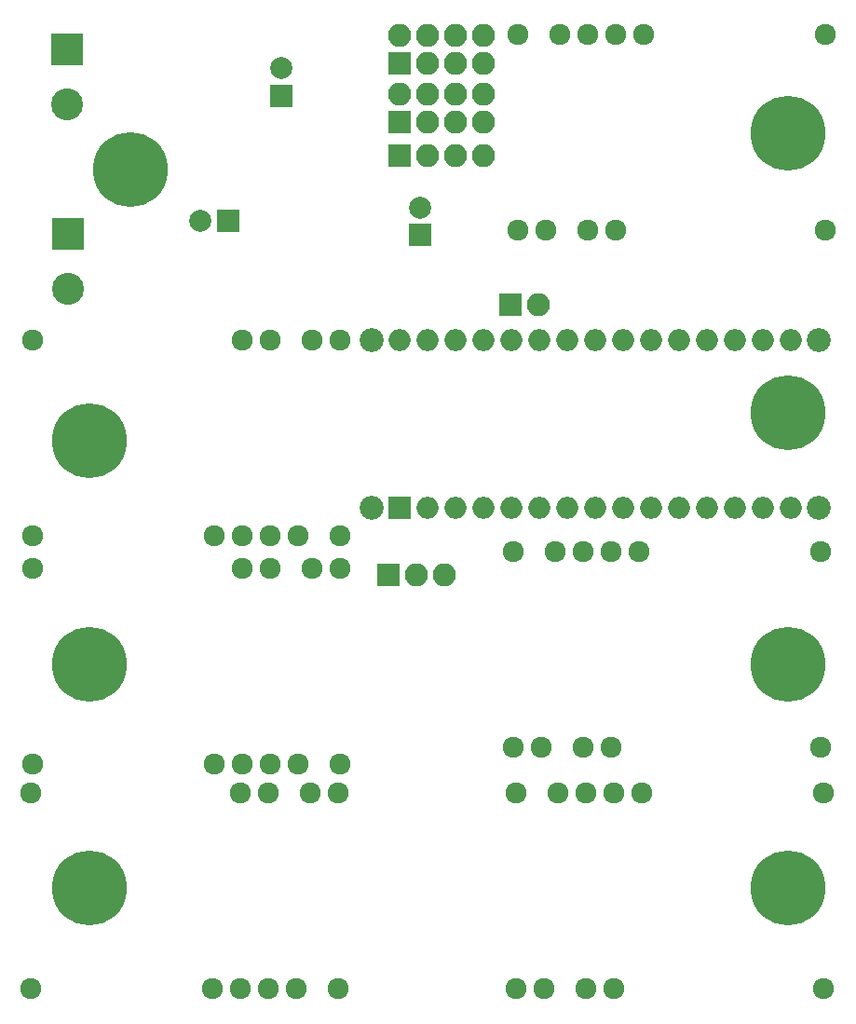
<source format=gbs>
G04 #@! TF.FileFunction,Soldermask,Bot*
%FSLAX46Y46*%
G04 Gerber Fmt 4.6, Leading zero omitted, Abs format (unit mm)*
G04 Created by KiCad (PCBNEW 4.0.6+dfsg1-1) date Mon Feb 26 15:31:38 2018*
%MOMM*%
%LPD*%
G01*
G04 APERTURE LIST*
%ADD10C,0.100000*%
%ADD11C,1.924000*%
%ADD12R,2.000000X2.000000*%
%ADD13O,2.000000X2.000000*%
%ADD14C,2.180000*%
%ADD15R,2.900000X2.900000*%
%ADD16C,2.900000*%
%ADD17R,2.100000X2.100000*%
%ADD18O,2.100000X2.100000*%
%ADD19C,2.000000*%
%ADD20C,6.800000*%
%ADD21C,1.000000*%
G04 APERTURE END LIST*
D10*
D11*
X29718000Y60363100D03*
X27178000Y60363100D03*
X23368000Y60363100D03*
X20828000Y60363100D03*
X29718000Y42583100D03*
X1778000Y42583100D03*
X1778000Y60363100D03*
X25908000Y42583100D03*
X23368000Y42583100D03*
X20828000Y42583100D03*
X18288000Y42583100D03*
X29718000Y39662100D03*
X27178000Y39662100D03*
X23368000Y39662100D03*
X20828000Y39662100D03*
X29718000Y21882100D03*
X1778000Y21882100D03*
X1778000Y39662100D03*
X25908000Y21882100D03*
X23368000Y21882100D03*
X20828000Y21882100D03*
X18288000Y21882100D03*
D12*
X35128200Y45123100D03*
D13*
X68148200Y60363100D03*
X37668200Y45123100D03*
X65608200Y60363100D03*
X40208200Y45123100D03*
X63068200Y60363100D03*
X42748200Y45123100D03*
X60528200Y60363100D03*
X45288200Y45123100D03*
X57988200Y60363100D03*
X47828200Y45123100D03*
X55448200Y60363100D03*
X50368200Y45123100D03*
X52908200Y60363100D03*
X52908200Y45123100D03*
X50368200Y60363100D03*
X55448200Y45123100D03*
X47828200Y60363100D03*
X57988200Y45123100D03*
X45288200Y60363100D03*
X60528200Y45123100D03*
X42748200Y60363100D03*
X63068200Y45123100D03*
X40208200Y60363100D03*
X65608200Y45123100D03*
X37668200Y60363100D03*
X68148200Y45123100D03*
X35128200Y60363100D03*
X70688200Y45123100D03*
X70688200Y60363100D03*
D14*
X32588200Y45123100D03*
X32588200Y60363100D03*
X73228200Y60363100D03*
X73228200Y45123100D03*
D15*
X4978400Y70040500D03*
D16*
X4978400Y65040500D03*
D15*
X4953000Y86804500D03*
D16*
X4953000Y81804500D03*
D17*
X45212000Y63639700D03*
D18*
X47752000Y63639700D03*
D11*
X45720000Y1435100D03*
X48260000Y1435100D03*
X52070000Y1435100D03*
X54610000Y1435100D03*
X45720000Y19215100D03*
X73660000Y19215100D03*
X73660000Y1435100D03*
X49530000Y19215100D03*
X52070000Y19215100D03*
X54610000Y19215100D03*
X57150000Y19215100D03*
X45466000Y23406100D03*
X48006000Y23406100D03*
X51816000Y23406100D03*
X54356000Y23406100D03*
X45466000Y41186100D03*
X73406000Y41186100D03*
X73406000Y23406100D03*
X49276000Y41186100D03*
X51816000Y41186100D03*
X54356000Y41186100D03*
X56896000Y41186100D03*
X45897800Y70370700D03*
X48437800Y70370700D03*
X52247800Y70370700D03*
X54787800Y70370700D03*
X45897800Y88150700D03*
X73837800Y88150700D03*
X73837800Y70370700D03*
X49707800Y88150700D03*
X52247800Y88150700D03*
X54787800Y88150700D03*
X57327800Y88150700D03*
X29591000Y19215100D03*
X27051000Y19215100D03*
X23241000Y19215100D03*
X20701000Y19215100D03*
X29591000Y1435100D03*
X1651000Y1435100D03*
X1651000Y19215100D03*
X25781000Y1435100D03*
X23241000Y1435100D03*
X20701000Y1435100D03*
X18161000Y1435100D03*
D12*
X19558000Y71208900D03*
D19*
X17058000Y71208900D03*
D12*
X24434800Y82588100D03*
D19*
X24434800Y85088100D03*
D12*
X37058600Y69938900D03*
D19*
X37058600Y72438900D03*
D17*
X35128200Y80175100D03*
D18*
X35128200Y82715100D03*
X37668200Y80175100D03*
X37668200Y82715100D03*
X40208200Y80175100D03*
X40208200Y82715100D03*
X42748200Y80175100D03*
X42748200Y82715100D03*
D17*
X35128200Y85509100D03*
D18*
X35128200Y88049100D03*
X37668200Y85509100D03*
X37668200Y88049100D03*
X40208200Y85509100D03*
X40208200Y88049100D03*
X42748200Y85509100D03*
X42748200Y88049100D03*
D17*
X35128200Y77127100D03*
D18*
X37668200Y77127100D03*
X40208200Y77127100D03*
X42748200Y77127100D03*
D17*
X34175700Y39027100D03*
D18*
X36715700Y39027100D03*
X39255700Y39027100D03*
D20*
X10668000Y75882500D03*
D21*
X13068000Y75882500D03*
X12365056Y74185444D03*
X10668000Y73482500D03*
X8970944Y74185444D03*
X8268000Y75882500D03*
X8970944Y77579556D03*
X10668000Y78282500D03*
X12365056Y77579556D03*
D20*
X70434200Y10579100D03*
D21*
X72834200Y10579100D03*
X72131256Y8882044D03*
X70434200Y8179100D03*
X68737144Y8882044D03*
X68034200Y10579100D03*
X68737144Y12276156D03*
X70434200Y12979100D03*
X72131256Y12276156D03*
D20*
X70434200Y30899100D03*
D21*
X72834200Y30899100D03*
X72131256Y29202044D03*
X70434200Y28499100D03*
X68737144Y29202044D03*
X68034200Y30899100D03*
X68737144Y32596156D03*
X70434200Y33299100D03*
X72131256Y32596156D03*
D20*
X6934200Y10579100D03*
D21*
X9334200Y10579100D03*
X8631256Y8882044D03*
X6934200Y8179100D03*
X5237144Y8882044D03*
X4534200Y10579100D03*
X5237144Y12276156D03*
X6934200Y12979100D03*
X8631256Y12276156D03*
D20*
X6934200Y30899100D03*
D21*
X9334200Y30899100D03*
X8631256Y29202044D03*
X6934200Y28499100D03*
X5237144Y29202044D03*
X4534200Y30899100D03*
X5237144Y32596156D03*
X6934200Y33299100D03*
X8631256Y32596156D03*
D20*
X6934200Y51219100D03*
D21*
X9334200Y51219100D03*
X8631256Y49522044D03*
X6934200Y48819100D03*
X5237144Y49522044D03*
X4534200Y51219100D03*
X5237144Y52916156D03*
X6934200Y53619100D03*
X8631256Y52916156D03*
D20*
X70434200Y79159100D03*
D21*
X72834200Y79159100D03*
X72131256Y77462044D03*
X70434200Y76759100D03*
X68737144Y77462044D03*
X68034200Y79159100D03*
X68737144Y80856156D03*
X70434200Y81559100D03*
X72131256Y80856156D03*
D20*
X70434200Y53759100D03*
D21*
X72834200Y53759100D03*
X72131256Y52062044D03*
X70434200Y51359100D03*
X68737144Y52062044D03*
X68034200Y53759100D03*
X68737144Y55456156D03*
X70434200Y56159100D03*
X72131256Y55456156D03*
M02*

</source>
